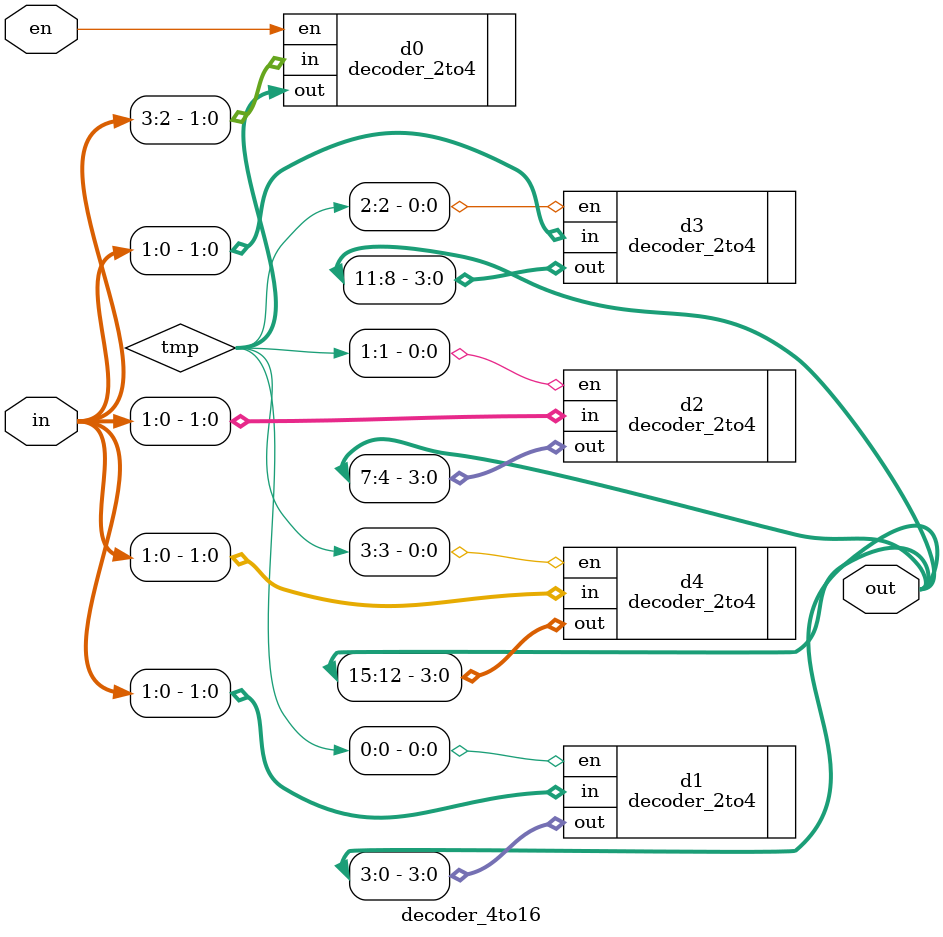
<source format=sv>
module decoder_4to16(
input logic [3:0] in,
input logic en,
output logic [15:0] out
); 

logic [3:0] tmp;

decoder_2to4 d0(.in(in[3:2]), .en, .out(tmp));


decoder_2to4 d1(.in(in[1:0]), .en(tmp[0]), .out(out[3:0]));
decoder_2to4 d2(.in(in[1:0]), .en(tmp[1]), .out(out[7:4]));
decoder_2to4 d3(.in(in[1:0]), .en(tmp[2]), .out(out[11:8]));
decoder_2to4 d4(.in(in[1:0]), .en(tmp[3]), .out(out[15:12]));

endmodule

</source>
